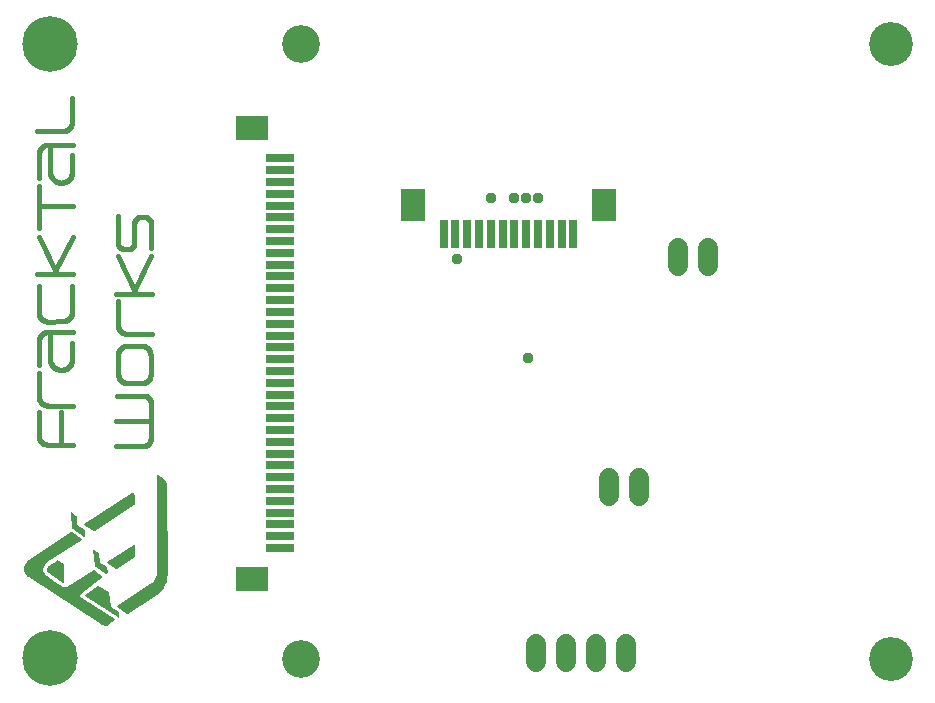
<source format=gts>
G04 EAGLE Gerber RS-274X export*
G75*
%MOMM*%
%FSLAX34Y34*%
%LPD*%
%INSoldermask Top*%
%IPPOS*%
%AMOC8*
5,1,8,0,0,1.08239X$1,22.5*%
G01*
%ADD10C,4.703294*%
%ADD11C,3.712694*%
%ADD12C,3.203194*%
%ADD13R,2.403200X0.803200*%
%ADD14R,2.803200X2.003200*%
%ADD15R,0.803200X2.403200*%
%ADD16R,2.003200X2.803200*%
%ADD17C,0.406400*%
%ADD18C,1.727200*%
%ADD19C,0.959600*%

G36*
X209193Y167843D02*
X209193Y167843D01*
X209226Y167854D01*
X209277Y167859D01*
X210411Y168208D01*
X210441Y168225D01*
X210490Y168242D01*
X211518Y168835D01*
X211532Y168847D01*
X211554Y168858D01*
X216380Y172414D01*
X216402Y172440D01*
X216430Y172459D01*
X216457Y172505D01*
X216492Y172546D01*
X216500Y172579D01*
X216518Y172609D01*
X216521Y172662D01*
X216534Y172714D01*
X216527Y172747D01*
X216529Y172782D01*
X216509Y172831D01*
X216498Y172883D01*
X216476Y172910D01*
X216463Y172942D01*
X216414Y172988D01*
X216389Y173019D01*
X216374Y173026D01*
X216358Y173041D01*
X187930Y191062D01*
X187465Y191449D01*
X187124Y191921D01*
X186910Y192462D01*
X186838Y193040D01*
X186910Y193618D01*
X187124Y194159D01*
X187465Y194631D01*
X187941Y195027D01*
X206474Y208736D01*
X206490Y208755D01*
X206510Y208767D01*
X206545Y208820D01*
X206586Y208868D01*
X206592Y208892D01*
X206605Y208912D01*
X206613Y208975D01*
X206628Y209036D01*
X206623Y209060D01*
X206626Y209084D01*
X206605Y209144D01*
X206591Y209206D01*
X206576Y209225D01*
X206568Y209247D01*
X206505Y209313D01*
X206483Y209341D01*
X206475Y209345D01*
X206468Y209352D01*
X198594Y214940D01*
X198535Y214964D01*
X198480Y214995D01*
X198456Y214997D01*
X198434Y215006D01*
X198370Y215001D01*
X198307Y215004D01*
X198282Y214995D01*
X198261Y214993D01*
X198228Y214974D01*
X198172Y214952D01*
X175571Y200731D01*
X175011Y200406D01*
X174428Y200225D01*
X173818Y200178D01*
X173214Y200268D01*
X172632Y200495D01*
X165363Y204738D01*
X158483Y209592D01*
X157467Y210543D01*
X156656Y211662D01*
X156072Y212915D01*
X155736Y214255D01*
X155661Y215635D01*
X155848Y217004D01*
X156292Y218312D01*
X156976Y219513D01*
X157876Y220562D01*
X158973Y221433D01*
X187913Y240219D01*
X187939Y240246D01*
X187971Y240265D01*
X187998Y240308D01*
X188033Y240344D01*
X188044Y240380D01*
X188064Y240411D01*
X188070Y240461D01*
X188085Y240509D01*
X188079Y240546D01*
X188084Y240583D01*
X188066Y240631D01*
X188059Y240680D01*
X188037Y240711D01*
X188024Y240746D01*
X187981Y240791D01*
X187959Y240822D01*
X187941Y240832D01*
X187923Y240850D01*
X179541Y246692D01*
X179480Y246716D01*
X179422Y246747D01*
X179400Y246748D01*
X179380Y246756D01*
X179315Y246751D01*
X179249Y246753D01*
X179226Y246744D01*
X179208Y246742D01*
X179175Y246722D01*
X179115Y246697D01*
X143301Y223075D01*
X143294Y223069D01*
X143284Y223064D01*
X141966Y222091D01*
X141945Y222067D01*
X141909Y222039D01*
X140814Y220820D01*
X140799Y220792D01*
X140768Y220758D01*
X139943Y219342D01*
X139934Y219311D01*
X139911Y219272D01*
X139390Y217719D01*
X139387Y217687D01*
X139372Y217643D01*
X139176Y216017D01*
X139179Y215985D01*
X139174Y215939D01*
X139311Y214307D01*
X139321Y214276D01*
X139325Y214231D01*
X139789Y212659D01*
X139805Y212631D01*
X139818Y212588D01*
X140590Y211142D01*
X140612Y211118D01*
X140634Y211078D01*
X141682Y209819D01*
X141708Y209800D01*
X141737Y209765D01*
X143019Y208745D01*
X143034Y208737D01*
X143050Y208722D01*
X204514Y169101D01*
X205489Y168434D01*
X205521Y168422D01*
X205564Y168394D01*
X206669Y167959D01*
X206703Y167954D01*
X206751Y167937D01*
X207924Y167759D01*
X207959Y167762D01*
X208010Y167756D01*
X209193Y167843D01*
G37*
G36*
X226833Y177683D02*
X226833Y177683D01*
X226897Y177681D01*
X226922Y177692D01*
X226943Y177694D01*
X226975Y177713D01*
X227031Y177736D01*
X251415Y193738D01*
X251420Y193744D01*
X251430Y193748D01*
X253706Y195403D01*
X253721Y195421D01*
X253748Y195439D01*
X255760Y197406D01*
X255773Y197426D01*
X255797Y197447D01*
X255910Y197596D01*
X255911Y197596D01*
X255911Y197597D01*
X256200Y197977D01*
X256490Y198357D01*
X256780Y198737D01*
X257070Y199117D01*
X257070Y199118D01*
X257360Y199498D01*
X257502Y199685D01*
X257512Y199707D01*
X257532Y199731D01*
X258896Y202193D01*
X258902Y202216D01*
X258919Y202243D01*
X259911Y204876D01*
X259914Y204900D01*
X259927Y204929D01*
X260527Y207678D01*
X260526Y207702D01*
X260534Y207733D01*
X260729Y210540D01*
X260727Y210552D01*
X260730Y210567D01*
X260476Y285497D01*
X260476Y285498D01*
X260476Y285499D01*
X260466Y286858D01*
X260458Y286892D01*
X260456Y286941D01*
X260151Y288266D01*
X260136Y288296D01*
X260123Y288345D01*
X259537Y289571D01*
X259515Y289598D01*
X259493Y289642D01*
X258653Y290711D01*
X258627Y290733D01*
X258595Y290771D01*
X257543Y291632D01*
X257526Y291640D01*
X257509Y291657D01*
X252429Y294959D01*
X252361Y294983D01*
X252294Y295013D01*
X252280Y295013D01*
X252266Y295018D01*
X252194Y295009D01*
X252121Y295007D01*
X252109Y295000D01*
X252094Y294998D01*
X252033Y294959D01*
X251969Y294924D01*
X251961Y294912D01*
X251949Y294904D01*
X251911Y294842D01*
X251869Y294782D01*
X251866Y294767D01*
X251860Y294755D01*
X251857Y294717D01*
X251842Y294640D01*
X251842Y212873D01*
X251615Y210873D01*
X251075Y208941D01*
X250237Y207120D01*
X249120Y205455D01*
X247753Y203988D01*
X246158Y202747D01*
X217977Y184214D01*
X217950Y184186D01*
X217917Y184165D01*
X217892Y184124D01*
X217858Y184088D01*
X217846Y184051D01*
X217826Y184018D01*
X217821Y183969D01*
X217807Y183922D01*
X217813Y183884D01*
X217809Y183846D01*
X217827Y183800D01*
X217834Y183751D01*
X217857Y183720D01*
X217871Y183684D01*
X217913Y183641D01*
X217935Y183610D01*
X217954Y183600D01*
X217973Y183581D01*
X226609Y177739D01*
X226668Y177717D01*
X226723Y177687D01*
X226748Y177686D01*
X226771Y177677D01*
X226833Y177683D01*
G37*
G36*
X198899Y247533D02*
X198899Y247533D01*
X198957Y247531D01*
X198988Y247544D01*
X199013Y247547D01*
X199043Y247566D01*
X199091Y247587D01*
X232619Y269685D01*
X232638Y269705D01*
X232663Y269718D01*
X232697Y269767D01*
X232738Y269810D01*
X232747Y269837D01*
X232763Y269860D01*
X232778Y269939D01*
X232789Y269976D01*
X232787Y269988D01*
X232790Y270002D01*
X232790Y278638D01*
X232782Y278673D01*
X232779Y278729D01*
X232698Y279060D01*
X232683Y279088D01*
X232645Y279180D01*
X232456Y279463D01*
X232432Y279485D01*
X232366Y279558D01*
X232092Y279760D01*
X232062Y279773D01*
X231975Y279819D01*
X231648Y279916D01*
X231616Y279918D01*
X231518Y279932D01*
X231178Y279913D01*
X231147Y279904D01*
X231051Y279883D01*
X230737Y279750D01*
X230715Y279733D01*
X230679Y279719D01*
X190293Y253557D01*
X190262Y253524D01*
X190224Y253500D01*
X190203Y253463D01*
X190173Y253432D01*
X190159Y253389D01*
X190137Y253350D01*
X190134Y253308D01*
X190121Y253267D01*
X190128Y253222D01*
X190125Y253177D01*
X190141Y253138D01*
X190147Y253096D01*
X190173Y253059D01*
X190191Y253017D01*
X190227Y252982D01*
X190232Y252975D01*
X190233Y252975D01*
X190247Y252954D01*
X190270Y252942D01*
X190296Y252917D01*
X198678Y247583D01*
X198733Y247564D01*
X198784Y247537D01*
X198814Y247536D01*
X198841Y247526D01*
X198899Y247533D01*
G37*
G36*
X219185Y174639D02*
X219185Y174639D01*
X219206Y174639D01*
X219291Y174674D01*
X219379Y174703D01*
X219395Y174716D01*
X219413Y174724D01*
X219482Y174786D01*
X219554Y174844D01*
X219564Y174861D01*
X219579Y174875D01*
X219621Y174957D01*
X219669Y175037D01*
X219672Y175057D01*
X219682Y175075D01*
X219707Y175247D01*
X219709Y175258D01*
X219709Y175259D01*
X219709Y175260D01*
X219709Y178943D01*
X219709Y178945D01*
X219709Y178947D01*
X219689Y179056D01*
X219670Y179164D01*
X219669Y179166D01*
X219668Y179167D01*
X219612Y179261D01*
X219555Y179357D01*
X219554Y179358D01*
X219553Y179360D01*
X219410Y179481D01*
X212937Y183512D01*
X211450Y195910D01*
X211426Y195988D01*
X211409Y196068D01*
X211393Y196094D01*
X211384Y196124D01*
X211334Y196189D01*
X211291Y196259D01*
X211264Y196281D01*
X211248Y196302D01*
X211207Y196328D01*
X211146Y196378D01*
X202256Y201712D01*
X202203Y201732D01*
X202155Y201761D01*
X202099Y201771D01*
X202047Y201791D01*
X201990Y201792D01*
X201934Y201802D01*
X201879Y201793D01*
X201822Y201793D01*
X201769Y201774D01*
X201713Y201764D01*
X201654Y201732D01*
X201611Y201716D01*
X201587Y201695D01*
X201549Y201675D01*
X190754Y193547D01*
X190708Y193498D01*
X190656Y193456D01*
X190632Y193416D01*
X190601Y193382D01*
X190576Y193321D01*
X190541Y193263D01*
X190533Y193218D01*
X190515Y193175D01*
X190513Y193108D01*
X190501Y193042D01*
X190509Y192997D01*
X190507Y192951D01*
X190528Y192887D01*
X190540Y192821D01*
X190563Y192781D01*
X190578Y192738D01*
X190619Y192685D01*
X190653Y192628D01*
X190694Y192593D01*
X190718Y192562D01*
X190752Y192542D01*
X190795Y192505D01*
X218735Y174725D01*
X218753Y174717D01*
X218769Y174705D01*
X218856Y174675D01*
X218942Y174640D01*
X218962Y174639D01*
X218981Y174633D01*
X219074Y174635D01*
X219166Y174632D01*
X219185Y174639D01*
G37*
G36*
X217440Y215783D02*
X217440Y215783D01*
X217498Y215781D01*
X217529Y215793D01*
X217553Y215796D01*
X217583Y215816D01*
X217633Y215836D01*
X233127Y225996D01*
X233146Y226017D01*
X233171Y226030D01*
X233205Y226079D01*
X233246Y226122D01*
X233254Y226149D01*
X233271Y226172D01*
X233286Y226250D01*
X233297Y226287D01*
X233295Y226299D01*
X233298Y226314D01*
X233298Y235712D01*
X233283Y235779D01*
X233273Y235847D01*
X233263Y235862D01*
X233259Y235881D01*
X233215Y235934D01*
X233177Y235991D01*
X233160Y236000D01*
X233149Y236014D01*
X233086Y236043D01*
X233026Y236077D01*
X233008Y236078D01*
X232990Y236085D01*
X232922Y236083D01*
X232853Y236087D01*
X232834Y236079D01*
X232817Y236079D01*
X232783Y236060D01*
X232718Y236035D01*
X209350Y221557D01*
X209316Y221523D01*
X209276Y221497D01*
X209255Y221463D01*
X209227Y221435D01*
X209212Y221389D01*
X209187Y221348D01*
X209184Y221308D01*
X209172Y221271D01*
X209178Y221223D01*
X209174Y221175D01*
X209189Y221138D01*
X209195Y221099D01*
X209221Y221059D01*
X209239Y221015D01*
X209273Y220982D01*
X209291Y220955D01*
X209316Y220941D01*
X209344Y220914D01*
X217218Y215834D01*
X217273Y215815D01*
X217325Y215787D01*
X217354Y215786D01*
X217381Y215776D01*
X217440Y215783D01*
G37*
G36*
X172431Y203975D02*
X172431Y203975D01*
X172464Y203975D01*
X172538Y204005D01*
X172615Y204026D01*
X172642Y204046D01*
X172673Y204058D01*
X172732Y204111D01*
X172797Y204158D01*
X172815Y204186D01*
X172840Y204208D01*
X172877Y204278D01*
X172921Y204345D01*
X172929Y204377D01*
X172944Y204406D01*
X172961Y204517D01*
X172972Y204563D01*
X172971Y204576D01*
X172973Y204592D01*
X173100Y219197D01*
X173099Y219204D01*
X173100Y219212D01*
X173088Y219276D01*
X173087Y219315D01*
X173075Y219343D01*
X173062Y219418D01*
X173059Y219424D01*
X173057Y219432D01*
X173004Y219519D01*
X173002Y219523D01*
X173000Y219526D01*
X172950Y219612D01*
X172944Y219617D01*
X172940Y219623D01*
X172796Y219744D01*
X167589Y222919D01*
X167546Y222935D01*
X167507Y222961D01*
X167442Y222976D01*
X167380Y223000D01*
X167333Y223000D01*
X167288Y223011D01*
X167222Y223002D01*
X167156Y223003D01*
X167112Y222987D01*
X167066Y222981D01*
X166991Y222944D01*
X166944Y222928D01*
X166926Y222912D01*
X166897Y222898D01*
X160674Y218580D01*
X160651Y218557D01*
X160614Y218533D01*
X160017Y218002D01*
X159987Y217962D01*
X159916Y217887D01*
X159463Y217229D01*
X159443Y217183D01*
X159393Y217094D01*
X159110Y216346D01*
X159101Y216297D01*
X159074Y216198D01*
X158978Y215405D01*
X158980Y215355D01*
X158978Y215252D01*
X159074Y214459D01*
X159088Y214411D01*
X159110Y214311D01*
X159393Y213563D01*
X159418Y213520D01*
X159463Y213428D01*
X159916Y212770D01*
X159952Y212734D01*
X160017Y212655D01*
X160614Y212124D01*
X160640Y212108D01*
X160670Y212080D01*
X171973Y204079D01*
X172002Y204065D01*
X172028Y204044D01*
X172103Y204018D01*
X172176Y203984D01*
X172209Y203981D01*
X172240Y203971D01*
X172320Y203972D01*
X172399Y203966D01*
X172431Y203975D01*
G37*
G36*
X190602Y242713D02*
X190602Y242713D01*
X190647Y242715D01*
X190710Y242742D01*
X190775Y242761D01*
X190812Y242787D01*
X190853Y242805D01*
X190902Y242852D01*
X190957Y242892D01*
X190982Y242930D01*
X191014Y242961D01*
X191044Y243022D01*
X191082Y243079D01*
X191092Y243123D01*
X191111Y243163D01*
X191122Y243249D01*
X191133Y243297D01*
X191131Y243320D01*
X191134Y243349D01*
X191007Y248048D01*
X190992Y248122D01*
X190985Y248198D01*
X190969Y248231D01*
X190961Y248268D01*
X190921Y248332D01*
X190889Y248400D01*
X190859Y248431D01*
X190842Y248458D01*
X190806Y248486D01*
X190758Y248535D01*
X184499Y253321D01*
X183765Y260541D01*
X183757Y260568D01*
X183757Y260587D01*
X183746Y260613D01*
X183740Y260663D01*
X183717Y260708D01*
X183703Y260757D01*
X183666Y260807D01*
X183637Y260863D01*
X183595Y260904D01*
X183570Y260938D01*
X183539Y260958D01*
X183503Y260993D01*
X179947Y263533D01*
X179885Y263562D01*
X179828Y263600D01*
X179784Y263610D01*
X179744Y263629D01*
X179676Y263635D01*
X179609Y263650D01*
X179565Y263645D01*
X179520Y263649D01*
X179455Y263631D01*
X179387Y263622D01*
X179347Y263601D01*
X179304Y263589D01*
X179249Y263549D01*
X179188Y263517D01*
X179158Y263484D01*
X179122Y263458D01*
X179084Y263401D01*
X179038Y263350D01*
X179022Y263309D01*
X178997Y263272D01*
X178981Y263205D01*
X178956Y263142D01*
X178954Y263090D01*
X178945Y263053D01*
X178950Y263013D01*
X178947Y262955D01*
X180217Y250128D01*
X180234Y250066D01*
X180242Y250002D01*
X180265Y249959D01*
X180278Y249912D01*
X180316Y249860D01*
X180346Y249803D01*
X180387Y249763D01*
X180411Y249731D01*
X180443Y249710D01*
X180481Y249673D01*
X190133Y242815D01*
X190173Y242796D01*
X190209Y242769D01*
X190274Y242748D01*
X190336Y242719D01*
X190380Y242716D01*
X190423Y242702D01*
X190491Y242706D01*
X190559Y242701D01*
X190602Y242713D01*
G37*
G36*
X209334Y211463D02*
X209334Y211463D01*
X209374Y211461D01*
X209443Y211482D01*
X209515Y211495D01*
X209550Y211515D01*
X209588Y211527D01*
X209646Y211572D01*
X209709Y211608D01*
X209734Y211639D01*
X209766Y211664D01*
X209805Y211726D01*
X209850Y211782D01*
X209863Y211820D01*
X209885Y211854D01*
X209900Y211926D01*
X209923Y211994D01*
X209923Y212040D01*
X209930Y212074D01*
X209923Y212118D01*
X209924Y212182D01*
X209162Y217389D01*
X209141Y217450D01*
X209130Y217513D01*
X209106Y217555D01*
X209090Y217602D01*
X209050Y217651D01*
X209018Y217707D01*
X208975Y217745D01*
X208949Y217776D01*
X208917Y217796D01*
X208877Y217831D01*
X203793Y221099D01*
X202814Y229058D01*
X202794Y229122D01*
X202784Y229187D01*
X202761Y229228D01*
X202747Y229273D01*
X202707Y229325D01*
X202675Y229383D01*
X202634Y229420D01*
X202610Y229451D01*
X202577Y229472D01*
X202536Y229509D01*
X198726Y232049D01*
X198663Y232076D01*
X198604Y232112D01*
X198561Y232121D01*
X198520Y232138D01*
X198451Y232142D01*
X198384Y232155D01*
X198340Y232148D01*
X198296Y232150D01*
X198230Y232130D01*
X198163Y232119D01*
X198124Y232097D01*
X198082Y232084D01*
X198027Y232042D01*
X197968Y232008D01*
X197939Y231974D01*
X197904Y231947D01*
X197868Y231889D01*
X197824Y231836D01*
X197809Y231794D01*
X197785Y231757D01*
X197771Y231689D01*
X197748Y231625D01*
X197747Y231574D01*
X197740Y231537D01*
X197746Y231496D01*
X197745Y231437D01*
X199523Y218102D01*
X199543Y218042D01*
X199552Y217980D01*
X199577Y217936D01*
X199592Y217889D01*
X199631Y217839D01*
X199661Y217784D01*
X199705Y217745D01*
X199730Y217712D01*
X199762Y217693D01*
X199800Y217658D01*
X208944Y211562D01*
X209011Y211533D01*
X209073Y211496D01*
X209113Y211489D01*
X209150Y211473D01*
X209222Y211469D01*
X209294Y211456D01*
X209334Y211463D01*
G37*
D10*
X161290Y659892D03*
X161290Y139954D03*
D11*
X873633Y139827D03*
X873506Y659943D03*
D12*
X373634Y659892D03*
X373634Y139827D03*
D13*
X356280Y523400D03*
X356280Y533400D03*
X356280Y513400D03*
X356280Y543400D03*
D14*
X332280Y207400D03*
X332280Y589400D03*
D13*
X356280Y553400D03*
X356280Y563400D03*
X356280Y503400D03*
X356280Y493400D03*
X356280Y483400D03*
X356280Y473400D03*
X356280Y463400D03*
X356280Y453400D03*
X356280Y443400D03*
X356280Y433400D03*
X356280Y423400D03*
X356280Y413400D03*
X356280Y403400D03*
X356280Y393400D03*
X356280Y383400D03*
X356280Y373400D03*
X356280Y363400D03*
X356280Y353400D03*
X356280Y343400D03*
X356280Y333400D03*
X356280Y323400D03*
X356280Y313400D03*
X356280Y303400D03*
X356280Y293400D03*
X356280Y283400D03*
X356280Y273400D03*
X356280Y263400D03*
X356280Y253400D03*
X356280Y243400D03*
X356280Y233400D03*
D15*
X564430Y499540D03*
X574430Y499540D03*
X554430Y499540D03*
X584430Y499540D03*
D16*
X468430Y523540D03*
X630430Y523540D03*
D15*
X594430Y499540D03*
X604430Y499540D03*
X544430Y499540D03*
X534430Y499540D03*
X524430Y499540D03*
X514430Y499540D03*
X504430Y499540D03*
X494430Y499540D03*
D17*
X151892Y348996D02*
X151638Y329438D01*
X151638Y328676D01*
X151640Y328492D01*
X151647Y328308D01*
X151658Y328124D01*
X151674Y327941D01*
X151694Y327758D01*
X151718Y327575D01*
X151747Y327393D01*
X151780Y327212D01*
X151818Y327032D01*
X151859Y326852D01*
X151906Y326674D01*
X151956Y326497D01*
X152011Y326321D01*
X152070Y326147D01*
X152133Y325974D01*
X152201Y325803D01*
X152272Y325633D01*
X152348Y325465D01*
X152427Y325299D01*
X152511Y325135D01*
X152598Y324973D01*
X152690Y324813D01*
X152785Y324655D01*
X152884Y324500D01*
X152987Y324347D01*
X153093Y324197D01*
X153203Y324049D01*
X153317Y323904D01*
X153434Y323762D01*
X153554Y323623D01*
X153678Y323487D01*
X153805Y323353D01*
X153935Y323223D01*
X154069Y323096D01*
X154205Y322972D01*
X154344Y322852D01*
X154486Y322735D01*
X154631Y322621D01*
X154779Y322511D01*
X154929Y322405D01*
X155082Y322302D01*
X155237Y322203D01*
X155395Y322108D01*
X155555Y322016D01*
X155717Y321929D01*
X155881Y321845D01*
X156047Y321766D01*
X156215Y321690D01*
X156385Y321619D01*
X156556Y321551D01*
X156729Y321488D01*
X156903Y321429D01*
X157079Y321374D01*
X157256Y321324D01*
X157434Y321277D01*
X157614Y321236D01*
X157794Y321198D01*
X157975Y321165D01*
X158157Y321136D01*
X158340Y321112D01*
X158523Y321092D01*
X158706Y321076D01*
X158890Y321065D01*
X159074Y321058D01*
X159258Y321056D01*
X180594Y321056D01*
X170180Y323342D02*
X170180Y348996D01*
X151638Y362204D02*
X151638Y381762D01*
X151638Y362204D02*
X151640Y362007D01*
X151648Y361809D01*
X151660Y361613D01*
X151676Y361416D01*
X151698Y361220D01*
X151724Y361024D01*
X151755Y360829D01*
X151791Y360635D01*
X151831Y360442D01*
X151876Y360250D01*
X151926Y360059D01*
X151980Y359869D01*
X152039Y359681D01*
X152103Y359494D01*
X152171Y359309D01*
X152243Y359125D01*
X152320Y358944D01*
X152401Y358764D01*
X152487Y358586D01*
X152577Y358410D01*
X152671Y358237D01*
X152770Y358066D01*
X152872Y357897D01*
X152979Y357731D01*
X153089Y357568D01*
X153204Y357407D01*
X153322Y357249D01*
X153444Y357094D01*
X153570Y356942D01*
X153699Y356793D01*
X153832Y356648D01*
X153969Y356505D01*
X154109Y356366D01*
X154252Y356230D01*
X154399Y356098D01*
X154549Y355970D01*
X154701Y355845D01*
X154857Y355724D01*
X155016Y355606D01*
X155177Y355493D01*
X155341Y355384D01*
X155508Y355278D01*
X155678Y355177D01*
X155849Y355080D01*
X156023Y354987D01*
X156200Y354898D01*
X156378Y354813D01*
X156558Y354733D01*
X156740Y354657D01*
X156924Y354586D01*
X157110Y354519D01*
X157297Y354457D01*
X157486Y354399D01*
X157676Y354346D01*
X157867Y354298D01*
X158060Y354254D01*
X158253Y354215D01*
X158447Y354180D01*
X158643Y354151D01*
X158838Y354126D01*
X159035Y354105D01*
X159231Y354090D01*
X159428Y354079D01*
X159626Y354073D01*
X159823Y354072D01*
X160020Y354076D01*
X180594Y353822D01*
X151892Y388112D02*
X151892Y408432D01*
X151894Y408631D01*
X151902Y408829D01*
X151914Y409027D01*
X151931Y409225D01*
X151953Y409423D01*
X151979Y409620D01*
X152011Y409816D01*
X152047Y410011D01*
X152088Y410206D01*
X152133Y410399D01*
X152184Y410591D01*
X152239Y410782D01*
X152299Y410971D01*
X152363Y411159D01*
X152432Y411346D01*
X152505Y411530D01*
X152583Y411713D01*
X152666Y411894D01*
X152752Y412072D01*
X152843Y412249D01*
X152939Y412423D01*
X153038Y412595D01*
X153142Y412765D01*
X153250Y412931D01*
X153362Y413095D01*
X153478Y413257D01*
X153598Y413415D01*
X153721Y413571D01*
X153849Y413723D01*
X153980Y413872D01*
X154115Y414018D01*
X154253Y414161D01*
X154394Y414300D01*
X154540Y414436D01*
X154688Y414568D01*
X154839Y414697D01*
X154994Y414822D01*
X155151Y414943D01*
X155312Y415060D01*
X155475Y415173D01*
X155641Y415282D01*
X155810Y415387D01*
X155981Y415488D01*
X156155Y415584D01*
X156330Y415677D01*
X156509Y415765D01*
X156689Y415849D01*
X156871Y415928D01*
X157055Y416003D01*
X157241Y416073D01*
X157428Y416139D01*
X157617Y416200D01*
X157808Y416256D01*
X157999Y416308D01*
X158192Y416355D01*
X158387Y416397D01*
X158582Y416435D01*
X158777Y416468D01*
X158974Y416496D01*
X159171Y416519D01*
X159369Y416538D01*
X159567Y416551D01*
X159766Y416560D01*
X180848Y416306D01*
X179832Y407416D02*
X179832Y393192D01*
X179829Y392977D01*
X179822Y392761D01*
X179809Y392546D01*
X179790Y392331D01*
X179767Y392117D01*
X179738Y391904D01*
X179704Y391691D01*
X179665Y391479D01*
X179621Y391268D01*
X179572Y391058D01*
X179518Y390850D01*
X179459Y390643D01*
X179395Y390437D01*
X179325Y390233D01*
X179251Y390031D01*
X179172Y389830D01*
X179088Y389632D01*
X179000Y389435D01*
X178906Y389241D01*
X178808Y389049D01*
X178706Y388860D01*
X178598Y388673D01*
X178487Y388489D01*
X178370Y388307D01*
X178250Y388129D01*
X178125Y387953D01*
X177996Y387780D01*
X177863Y387611D01*
X177726Y387445D01*
X177585Y387282D01*
X177439Y387123D01*
X177290Y386967D01*
X177138Y386815D01*
X176982Y386667D01*
X176822Y386522D01*
X176658Y386382D01*
X176492Y386245D01*
X176322Y386113D01*
X176149Y385984D01*
X175973Y385860D01*
X175794Y385740D01*
X175612Y385625D01*
X175427Y385514D01*
X175240Y385407D01*
X175050Y385306D01*
X174857Y385208D01*
X174663Y385116D01*
X174466Y385028D01*
X174267Y384945D01*
X174067Y384866D01*
X173864Y384793D01*
X173660Y384725D01*
X173454Y384661D01*
X173246Y384603D01*
X173038Y384549D01*
X172828Y384501D01*
X172617Y384458D01*
X172405Y384420D01*
X172192Y384387D01*
X171978Y384359D01*
X171764Y384336D01*
X171549Y384319D01*
X171334Y384307D01*
X171118Y384300D01*
X170903Y384298D01*
X170688Y384302D01*
X170443Y384312D01*
X170199Y384328D01*
X169956Y384349D01*
X169713Y384377D01*
X169471Y384411D01*
X169230Y384450D01*
X168989Y384496D01*
X168750Y384547D01*
X168513Y384604D01*
X168276Y384667D01*
X168042Y384735D01*
X167809Y384809D01*
X167578Y384889D01*
X167349Y384975D01*
X167122Y385066D01*
X166897Y385162D01*
X166675Y385264D01*
X166456Y385372D01*
X166239Y385484D01*
X166025Y385602D01*
X165813Y385726D01*
X165605Y385854D01*
X165400Y385987D01*
X165199Y386125D01*
X165001Y386268D01*
X164806Y386416D01*
X164615Y386569D01*
X164428Y386726D01*
X164245Y386888D01*
X164065Y387054D01*
X163890Y387225D01*
X163719Y387399D01*
X163552Y387578D01*
X163390Y387761D01*
X163232Y387948D01*
X163079Y388138D01*
X162931Y388332D01*
X162787Y388530D01*
X162648Y388731D01*
X162514Y388936D01*
X162385Y389144D01*
X162262Y389354D01*
X162143Y389568D01*
X162030Y389785D01*
X161922Y390004D01*
X161819Y390226D01*
X161722Y390450D01*
X161630Y390677D01*
X161544Y390906D01*
X161544Y414528D01*
X151638Y433070D02*
X151638Y455422D01*
X151638Y433070D02*
X151640Y432877D01*
X151647Y432683D01*
X151659Y432490D01*
X151676Y432298D01*
X151697Y432105D01*
X151723Y431914D01*
X151754Y431723D01*
X151789Y431533D01*
X151829Y431343D01*
X151873Y431155D01*
X151922Y430968D01*
X151976Y430782D01*
X152034Y430598D01*
X152097Y430415D01*
X152164Y430234D01*
X152236Y430054D01*
X152312Y429876D01*
X152392Y429700D01*
X152476Y429526D01*
X152565Y429354D01*
X152658Y429185D01*
X152755Y429018D01*
X152856Y428853D01*
X152962Y428690D01*
X153071Y428531D01*
X153184Y428374D01*
X153300Y428219D01*
X153421Y428068D01*
X153545Y427920D01*
X153673Y427775D01*
X153804Y427633D01*
X153939Y427494D01*
X154077Y427358D01*
X154218Y427226D01*
X154362Y427098D01*
X154510Y426973D01*
X154661Y426851D01*
X154814Y426734D01*
X154971Y426620D01*
X155130Y426510D01*
X155291Y426404D01*
X155456Y426302D01*
X155622Y426204D01*
X155791Y426110D01*
X155963Y426020D01*
X156136Y425935D01*
X156312Y425854D01*
X156489Y425777D01*
X156668Y425704D01*
X156849Y425636D01*
X157032Y425572D01*
X157216Y425513D01*
X157402Y425458D01*
X157588Y425408D01*
X157776Y425363D01*
X157965Y425322D01*
X158155Y425285D01*
X158346Y425254D01*
X158538Y425227D01*
X158730Y425204D01*
X158922Y425187D01*
X159115Y425174D01*
X159308Y425166D01*
X159502Y425162D01*
X159695Y425163D01*
X159889Y425169D01*
X160082Y425180D01*
X160274Y425196D01*
X171704Y425450D01*
X171909Y425457D01*
X172114Y425469D01*
X172319Y425486D01*
X172523Y425508D01*
X172727Y425535D01*
X172929Y425567D01*
X173131Y425603D01*
X173332Y425645D01*
X173532Y425692D01*
X173731Y425743D01*
X173929Y425799D01*
X174125Y425860D01*
X174319Y425925D01*
X174512Y425996D01*
X174703Y426071D01*
X174893Y426150D01*
X175080Y426234D01*
X175265Y426323D01*
X175448Y426416D01*
X175629Y426513D01*
X175807Y426615D01*
X175983Y426721D01*
X176156Y426832D01*
X176326Y426946D01*
X176494Y427065D01*
X176659Y427188D01*
X176820Y427314D01*
X176979Y427445D01*
X177134Y427579D01*
X177286Y427717D01*
X177435Y427859D01*
X177580Y428004D01*
X177721Y428153D01*
X177859Y428305D01*
X177993Y428460D01*
X178124Y428619D01*
X178250Y428780D01*
X178373Y428945D01*
X178491Y429113D01*
X178606Y429283D01*
X178716Y429456D01*
X178822Y429632D01*
X178924Y429810D01*
X179021Y429991D01*
X179114Y430174D01*
X179203Y430359D01*
X179287Y430547D01*
X179366Y430736D01*
X179441Y430927D01*
X179511Y431120D01*
X179577Y431315D01*
X179638Y431511D01*
X179693Y431708D01*
X179745Y431907D01*
X179791Y432107D01*
X179832Y432308D01*
X180086Y455422D01*
X166878Y465074D02*
X150622Y465074D01*
X166878Y465074D02*
X180848Y465074D01*
X166878Y465074D02*
X151638Y497078D01*
X180340Y497078D02*
X165862Y467868D01*
X152146Y504698D02*
X152146Y540258D01*
X151892Y522732D02*
X180594Y522732D01*
X151892Y546608D02*
X151892Y566928D01*
X151894Y567127D01*
X151902Y567325D01*
X151914Y567523D01*
X151931Y567721D01*
X151953Y567919D01*
X151979Y568116D01*
X152011Y568312D01*
X152047Y568507D01*
X152088Y568702D01*
X152133Y568895D01*
X152184Y569087D01*
X152239Y569278D01*
X152299Y569467D01*
X152363Y569655D01*
X152432Y569842D01*
X152505Y570026D01*
X152583Y570209D01*
X152666Y570390D01*
X152752Y570568D01*
X152843Y570745D01*
X152939Y570919D01*
X153038Y571091D01*
X153142Y571261D01*
X153250Y571427D01*
X153362Y571591D01*
X153478Y571753D01*
X153598Y571911D01*
X153721Y572067D01*
X153849Y572219D01*
X153980Y572368D01*
X154115Y572514D01*
X154253Y572657D01*
X154394Y572796D01*
X154540Y572932D01*
X154688Y573064D01*
X154839Y573193D01*
X154994Y573318D01*
X155151Y573439D01*
X155312Y573556D01*
X155475Y573669D01*
X155641Y573778D01*
X155810Y573883D01*
X155981Y573984D01*
X156155Y574080D01*
X156330Y574173D01*
X156509Y574261D01*
X156689Y574345D01*
X156871Y574424D01*
X157055Y574499D01*
X157241Y574569D01*
X157428Y574635D01*
X157617Y574696D01*
X157808Y574752D01*
X157999Y574804D01*
X158192Y574851D01*
X158387Y574893D01*
X158582Y574931D01*
X158777Y574964D01*
X158974Y574992D01*
X159171Y575015D01*
X159369Y575034D01*
X159567Y575047D01*
X159766Y575056D01*
X180848Y574802D01*
X179832Y565912D02*
X179832Y551688D01*
X179829Y551473D01*
X179822Y551257D01*
X179809Y551042D01*
X179790Y550827D01*
X179767Y550613D01*
X179738Y550400D01*
X179704Y550187D01*
X179665Y549975D01*
X179621Y549764D01*
X179572Y549554D01*
X179518Y549346D01*
X179459Y549139D01*
X179395Y548933D01*
X179325Y548729D01*
X179251Y548527D01*
X179172Y548326D01*
X179088Y548128D01*
X179000Y547931D01*
X178906Y547737D01*
X178808Y547545D01*
X178706Y547356D01*
X178598Y547169D01*
X178487Y546985D01*
X178370Y546803D01*
X178250Y546625D01*
X178125Y546449D01*
X177996Y546276D01*
X177863Y546107D01*
X177726Y545941D01*
X177585Y545778D01*
X177439Y545619D01*
X177290Y545463D01*
X177138Y545311D01*
X176982Y545163D01*
X176822Y545018D01*
X176658Y544878D01*
X176492Y544741D01*
X176322Y544609D01*
X176149Y544480D01*
X175973Y544356D01*
X175794Y544236D01*
X175612Y544121D01*
X175427Y544010D01*
X175240Y543903D01*
X175050Y543802D01*
X174857Y543704D01*
X174663Y543612D01*
X174466Y543524D01*
X174267Y543441D01*
X174067Y543362D01*
X173864Y543289D01*
X173660Y543221D01*
X173454Y543157D01*
X173246Y543099D01*
X173038Y543045D01*
X172828Y542997D01*
X172617Y542954D01*
X172405Y542916D01*
X172192Y542883D01*
X171978Y542855D01*
X171764Y542832D01*
X171549Y542815D01*
X171334Y542803D01*
X171118Y542796D01*
X170903Y542794D01*
X170688Y542798D01*
X170443Y542808D01*
X170199Y542824D01*
X169956Y542845D01*
X169713Y542873D01*
X169471Y542907D01*
X169230Y542946D01*
X168989Y542992D01*
X168750Y543043D01*
X168513Y543100D01*
X168276Y543163D01*
X168042Y543231D01*
X167809Y543305D01*
X167578Y543385D01*
X167349Y543471D01*
X167122Y543562D01*
X166897Y543658D01*
X166675Y543760D01*
X166456Y543868D01*
X166239Y543980D01*
X166025Y544098D01*
X165813Y544222D01*
X165605Y544350D01*
X165400Y544483D01*
X165199Y544621D01*
X165001Y544764D01*
X164806Y544912D01*
X164615Y545065D01*
X164428Y545222D01*
X164245Y545384D01*
X164065Y545550D01*
X163890Y545721D01*
X163719Y545895D01*
X163552Y546074D01*
X163390Y546257D01*
X163232Y546444D01*
X163079Y546634D01*
X162931Y546828D01*
X162787Y547026D01*
X162648Y547227D01*
X162514Y547432D01*
X162385Y547640D01*
X162262Y547850D01*
X162143Y548064D01*
X162030Y548281D01*
X161922Y548500D01*
X161819Y548722D01*
X161722Y548946D01*
X161630Y549173D01*
X161544Y549402D01*
X161544Y573024D01*
X171704Y586486D02*
X150368Y586486D01*
X171704Y586486D02*
X171904Y586488D01*
X172105Y586496D01*
X172305Y586508D01*
X172504Y586525D01*
X172704Y586547D01*
X172902Y586574D01*
X173100Y586606D01*
X173297Y586643D01*
X173493Y586684D01*
X173688Y586731D01*
X173882Y586782D01*
X174075Y586838D01*
X174266Y586898D01*
X174455Y586963D01*
X174643Y587033D01*
X174829Y587108D01*
X175013Y587187D01*
X175196Y587270D01*
X175376Y587358D01*
X175554Y587450D01*
X175729Y587547D01*
X175902Y587648D01*
X176073Y587753D01*
X176241Y587862D01*
X176406Y587976D01*
X176569Y588093D01*
X176728Y588214D01*
X176885Y588340D01*
X177038Y588469D01*
X177188Y588601D01*
X177335Y588738D01*
X177479Y588878D01*
X177619Y589021D01*
X177755Y589168D01*
X177888Y589318D01*
X178017Y589472D01*
X178142Y589628D01*
X178263Y589787D01*
X178381Y589950D01*
X178494Y590115D01*
X178604Y590283D01*
X178709Y590454D01*
X178810Y590627D01*
X178906Y590803D01*
X178999Y590980D01*
X179087Y591161D01*
X179170Y591343D01*
X179249Y591527D01*
X179323Y591713D01*
X179393Y591901D01*
X179459Y592090D01*
X179519Y592282D01*
X179575Y592474D01*
X179626Y592668D01*
X179672Y592863D01*
X179714Y593059D01*
X179751Y593256D01*
X179782Y593454D01*
X179809Y593652D01*
X179832Y593852D01*
X180086Y614680D01*
X217170Y319786D02*
X239776Y319786D01*
X239943Y319788D01*
X240110Y319794D01*
X240277Y319804D01*
X240443Y319819D01*
X240610Y319837D01*
X240775Y319859D01*
X240940Y319885D01*
X241105Y319916D01*
X241268Y319950D01*
X241431Y319988D01*
X241592Y320031D01*
X241753Y320077D01*
X241912Y320127D01*
X242071Y320181D01*
X242227Y320239D01*
X242383Y320300D01*
X242537Y320366D01*
X242689Y320435D01*
X242839Y320508D01*
X242988Y320584D01*
X243135Y320664D01*
X243279Y320747D01*
X243422Y320835D01*
X243562Y320925D01*
X243701Y321019D01*
X243837Y321116D01*
X243970Y321217D01*
X244101Y321320D01*
X244230Y321427D01*
X244355Y321537D01*
X244479Y321650D01*
X244599Y321766D01*
X244716Y321885D01*
X244831Y322007D01*
X244942Y322131D01*
X245051Y322258D01*
X245156Y322388D01*
X245258Y322520D01*
X245357Y322655D01*
X245453Y322792D01*
X245545Y322932D01*
X245634Y323073D01*
X245719Y323217D01*
X245801Y323363D01*
X245879Y323510D01*
X245954Y323660D01*
X246025Y323811D01*
X246092Y323964D01*
X246156Y324119D01*
X246215Y324275D01*
X246271Y324432D01*
X246323Y324591D01*
X246371Y324751D01*
X246416Y324912D01*
X246456Y325074D01*
X246492Y325237D01*
X246525Y325401D01*
X246553Y325566D01*
X246577Y325731D01*
X246598Y325897D01*
X246614Y326064D01*
X246626Y326230D01*
X246634Y326397D01*
X246638Y326564D01*
X246639Y326731D01*
X246634Y326898D01*
X246634Y356362D01*
X246632Y356513D01*
X246626Y356665D01*
X246616Y356816D01*
X246603Y356967D01*
X246585Y357117D01*
X246564Y357267D01*
X246538Y357417D01*
X246509Y357565D01*
X246476Y357713D01*
X246439Y357860D01*
X246399Y358006D01*
X246354Y358151D01*
X246306Y358295D01*
X246254Y358437D01*
X246199Y358578D01*
X246140Y358718D01*
X246077Y358855D01*
X246011Y358992D01*
X245941Y359126D01*
X245868Y359259D01*
X245792Y359390D01*
X245712Y359518D01*
X245628Y359645D01*
X245542Y359769D01*
X245452Y359891D01*
X245360Y360011D01*
X245264Y360129D01*
X245165Y360243D01*
X245063Y360356D01*
X244958Y360465D01*
X244851Y360572D01*
X244741Y360676D01*
X244628Y360777D01*
X244513Y360875D01*
X244395Y360970D01*
X244275Y361063D01*
X244152Y361152D01*
X244027Y361237D01*
X243900Y361320D01*
X243771Y361399D01*
X243640Y361475D01*
X243506Y361547D01*
X243372Y361616D01*
X243235Y361681D01*
X243097Y361743D01*
X242957Y361802D01*
X242816Y361856D01*
X242673Y361907D01*
X242529Y361955D01*
X242384Y361998D01*
X242238Y362038D01*
X242090Y362074D01*
X241942Y362106D01*
X241794Y362134D01*
X241644Y362159D01*
X241494Y362179D01*
X241343Y362196D01*
X241192Y362209D01*
X241041Y362218D01*
X240890Y362223D01*
X240738Y362224D01*
X240587Y362221D01*
X240435Y362214D01*
X240284Y362204D01*
X217932Y362204D01*
X217424Y340868D02*
X246380Y340868D01*
X227838Y373126D02*
X225298Y373126D01*
X227838Y373126D02*
X239014Y373126D01*
X239188Y373122D01*
X239361Y373123D01*
X239534Y373127D01*
X239707Y373136D01*
X239879Y373149D01*
X240051Y373166D01*
X240223Y373187D01*
X240394Y373213D01*
X240565Y373243D01*
X240735Y373276D01*
X240904Y373314D01*
X241072Y373356D01*
X241238Y373402D01*
X241404Y373453D01*
X241569Y373507D01*
X241732Y373565D01*
X241893Y373627D01*
X242053Y373693D01*
X242212Y373763D01*
X242368Y373836D01*
X242523Y373914D01*
X242676Y373995D01*
X242827Y374080D01*
X242976Y374168D01*
X243122Y374261D01*
X243267Y374356D01*
X243408Y374455D01*
X243548Y374558D01*
X243685Y374664D01*
X243819Y374773D01*
X243951Y374886D01*
X244080Y375001D01*
X244206Y375120D01*
X244329Y375242D01*
X244449Y375366D01*
X244566Y375494D01*
X244680Y375624D01*
X244790Y375757D01*
X244898Y375893D01*
X245002Y376032D01*
X245102Y376172D01*
X245199Y376316D01*
X245293Y376461D01*
X245383Y376609D01*
X245470Y376759D01*
X245553Y376911D01*
X245632Y377065D01*
X245707Y377221D01*
X245779Y377378D01*
X245846Y377538D01*
X245910Y377699D01*
X245970Y377861D01*
X246026Y378025D01*
X246078Y378190D01*
X246126Y378356D01*
X246170Y378524D01*
X246209Y378692D01*
X246245Y378862D01*
X246276Y379032D01*
X246304Y379203D01*
X246327Y379374D01*
X246346Y379546D01*
X246361Y379719D01*
X246371Y379892D01*
X246378Y380065D01*
X246380Y380238D01*
X246380Y396494D01*
X246378Y396696D01*
X246370Y396899D01*
X246358Y397101D01*
X246341Y397302D01*
X246318Y397503D01*
X246291Y397704D01*
X246259Y397904D01*
X246223Y398103D01*
X246181Y398301D01*
X246135Y398498D01*
X246083Y398693D01*
X246027Y398888D01*
X245967Y399081D01*
X245901Y399272D01*
X245831Y399462D01*
X245757Y399650D01*
X245678Y399836D01*
X245594Y400021D01*
X245506Y400203D01*
X245413Y400383D01*
X245316Y400560D01*
X245215Y400736D01*
X245110Y400908D01*
X245000Y401078D01*
X244886Y401246D01*
X244768Y401410D01*
X244647Y401572D01*
X244521Y401730D01*
X244391Y401886D01*
X244258Y402038D01*
X244121Y402187D01*
X243981Y402333D01*
X243837Y402475D01*
X243689Y402614D01*
X243538Y402748D01*
X243384Y402880D01*
X243227Y403007D01*
X243067Y403131D01*
X242904Y403250D01*
X242738Y403366D01*
X242569Y403478D01*
X242397Y403585D01*
X242223Y403688D01*
X242047Y403787D01*
X241868Y403882D01*
X241687Y403972D01*
X241504Y404058D01*
X241318Y404139D01*
X241131Y404216D01*
X240942Y404288D01*
X240751Y404355D01*
X240559Y404418D01*
X240365Y404476D01*
X240170Y404530D01*
X239973Y404578D01*
X239776Y404622D01*
X226314Y404622D01*
X226131Y404620D01*
X225949Y404613D01*
X225766Y404602D01*
X225584Y404586D01*
X225403Y404566D01*
X225222Y404541D01*
X225041Y404512D01*
X224862Y404479D01*
X224683Y404441D01*
X224505Y404399D01*
X224329Y404352D01*
X224153Y404302D01*
X223979Y404246D01*
X223806Y404187D01*
X223635Y404123D01*
X223465Y404056D01*
X223297Y403984D01*
X223131Y403908D01*
X222967Y403828D01*
X222805Y403743D01*
X222645Y403655D01*
X222487Y403563D01*
X222331Y403468D01*
X222178Y403368D01*
X222028Y403265D01*
X221879Y403158D01*
X221734Y403047D01*
X221591Y402933D01*
X221452Y402815D01*
X221315Y402694D01*
X221181Y402570D01*
X221050Y402443D01*
X220922Y402312D01*
X220798Y402178D01*
X220677Y402041D01*
X220559Y401902D01*
X220445Y401759D01*
X220334Y401614D01*
X220227Y401466D01*
X220124Y401315D01*
X220024Y401162D01*
X219928Y401006D01*
X219836Y400849D01*
X219748Y400689D01*
X219664Y400526D01*
X219584Y400362D01*
X219507Y400196D01*
X219435Y400028D01*
X219367Y399859D01*
X219304Y399688D01*
X219244Y399515D01*
X219189Y399341D01*
X219138Y399165D01*
X219091Y398989D01*
X219049Y398811D01*
X219011Y398632D01*
X218977Y398453D01*
X218948Y398272D01*
X218948Y393700D01*
X218948Y381254D01*
X218948Y381000D02*
X218948Y393700D01*
X218948Y381000D02*
X218950Y380806D01*
X218958Y380611D01*
X218969Y380417D01*
X218986Y380223D01*
X219008Y380030D01*
X219034Y379837D01*
X219065Y379645D01*
X219100Y379454D01*
X219140Y379264D01*
X219185Y379075D01*
X219235Y378886D01*
X219289Y378700D01*
X219348Y378514D01*
X219411Y378330D01*
X219478Y378148D01*
X219551Y377967D01*
X219627Y377789D01*
X219708Y377612D01*
X219793Y377437D01*
X219883Y377264D01*
X219977Y377094D01*
X220074Y376926D01*
X220176Y376760D01*
X220282Y376597D01*
X220392Y376437D01*
X220506Y376279D01*
X220624Y376124D01*
X220745Y375972D01*
X220870Y375823D01*
X220999Y375677D01*
X221131Y375535D01*
X221267Y375396D01*
X221406Y375260D01*
X221548Y375127D01*
X221694Y374998D01*
X221843Y374873D01*
X221994Y374751D01*
X222149Y374633D01*
X222307Y374519D01*
X222467Y374409D01*
X222630Y374303D01*
X222795Y374201D01*
X222963Y374103D01*
X223134Y374009D01*
X223306Y373919D01*
X223481Y373833D01*
X223657Y373752D01*
X223836Y373675D01*
X224017Y373603D01*
X224199Y373535D01*
X224383Y373471D01*
X224568Y373412D01*
X224755Y373358D01*
X224943Y373308D01*
X225132Y373263D01*
X225322Y373222D01*
X225513Y373187D01*
X225705Y373155D01*
X225898Y373129D01*
X226091Y373107D01*
X226285Y373090D01*
X226479Y373078D01*
X226673Y373071D01*
X226868Y373068D01*
X227062Y373070D01*
X227257Y373077D01*
X227451Y373089D01*
X227645Y373105D01*
X227838Y373126D01*
X218440Y423164D02*
X218440Y442976D01*
X218440Y423164D02*
X218442Y422960D01*
X218450Y422757D01*
X218462Y422553D01*
X218479Y422351D01*
X218502Y422148D01*
X218529Y421946D01*
X218560Y421745D01*
X218597Y421545D01*
X218639Y421345D01*
X218685Y421147D01*
X218736Y420950D01*
X218792Y420754D01*
X218853Y420560D01*
X218918Y420367D01*
X218988Y420175D01*
X219063Y419986D01*
X219142Y419798D01*
X219226Y419612D01*
X219314Y419429D01*
X219406Y419247D01*
X219503Y419068D01*
X219605Y418891D01*
X219710Y418717D01*
X219820Y418546D01*
X219933Y418377D01*
X220051Y418210D01*
X220173Y418047D01*
X220299Y417887D01*
X220428Y417730D01*
X220562Y417576D01*
X220699Y417425D01*
X220839Y417278D01*
X220983Y417134D01*
X221131Y416994D01*
X221282Y416857D01*
X221436Y416724D01*
X221593Y416594D01*
X221754Y416469D01*
X221917Y416347D01*
X222084Y416230D01*
X222253Y416116D01*
X222425Y416007D01*
X222599Y415902D01*
X222776Y415801D01*
X222955Y415704D01*
X223137Y415612D01*
X223321Y415524D01*
X223506Y415441D01*
X223694Y415362D01*
X223884Y415288D01*
X224075Y415218D01*
X224268Y415153D01*
X224463Y415092D01*
X224659Y415037D01*
X224856Y414986D01*
X225054Y414940D01*
X225254Y414899D01*
X225454Y414862D01*
X225655Y414831D01*
X225857Y414804D01*
X226060Y414782D01*
X247396Y414782D01*
X233680Y448310D02*
X217424Y448310D01*
X233680Y448310D02*
X247650Y448310D01*
X233680Y448310D02*
X218440Y480314D01*
X247142Y480314D02*
X232664Y451104D01*
X218694Y491998D02*
X218948Y514858D01*
X218694Y491998D02*
X218695Y491854D01*
X218699Y491711D01*
X218707Y491567D01*
X218719Y491424D01*
X218735Y491281D01*
X218754Y491139D01*
X218778Y490997D01*
X218805Y490856D01*
X218836Y490715D01*
X218871Y490576D01*
X218910Y490438D01*
X218952Y490300D01*
X218998Y490164D01*
X219048Y490029D01*
X219101Y489896D01*
X219158Y489764D01*
X219219Y489633D01*
X219283Y489504D01*
X219350Y489377D01*
X219421Y489252D01*
X219495Y489129D01*
X219572Y489008D01*
X219653Y488889D01*
X219737Y488772D01*
X219824Y488658D01*
X219914Y488546D01*
X220007Y488436D01*
X220103Y488329D01*
X220201Y488225D01*
X220303Y488123D01*
X220407Y488024D01*
X220514Y487928D01*
X220624Y487835D01*
X220736Y487744D01*
X220850Y487657D01*
X220966Y487573D01*
X221085Y487492D01*
X221206Y487415D01*
X221329Y487340D01*
X221454Y487269D01*
X221581Y487202D01*
X221710Y487138D01*
X221840Y487077D01*
X221972Y487020D01*
X222106Y486966D01*
X222240Y486916D01*
X222376Y486870D01*
X222514Y486827D01*
X222652Y486789D01*
X222792Y486753D01*
X222932Y486722D01*
X223073Y486695D01*
X223215Y486671D01*
X223357Y486651D01*
X223500Y486635D01*
X223643Y486623D01*
X223787Y486614D01*
X223930Y486610D01*
X224074Y486609D01*
X224218Y486613D01*
X224361Y486620D01*
X224505Y486631D01*
X224648Y486646D01*
X224790Y486664D01*
X224958Y486686D01*
X225127Y486704D01*
X225297Y486719D01*
X225466Y486729D01*
X225636Y486735D01*
X225806Y486737D01*
X225976Y486735D01*
X226146Y486729D01*
X226315Y486719D01*
X226485Y486704D01*
X226654Y486686D01*
X226822Y486664D01*
X226962Y486646D01*
X227103Y486631D01*
X227243Y486621D01*
X227385Y486614D01*
X227526Y486611D01*
X227667Y486612D01*
X227808Y486617D01*
X227949Y486626D01*
X228090Y486639D01*
X228230Y486656D01*
X228370Y486676D01*
X228509Y486700D01*
X228648Y486729D01*
X228786Y486761D01*
X228922Y486797D01*
X229058Y486836D01*
X229192Y486880D01*
X229326Y486927D01*
X229457Y486977D01*
X229588Y487032D01*
X229717Y487089D01*
X229844Y487151D01*
X229970Y487216D01*
X230093Y487284D01*
X230215Y487356D01*
X230335Y487431D01*
X230452Y487509D01*
X230568Y487591D01*
X230681Y487676D01*
X230791Y487764D01*
X230900Y487855D01*
X231005Y487948D01*
X231108Y488045D01*
X231209Y488145D01*
X231306Y488247D01*
X231401Y488352D01*
X231492Y488459D01*
X231581Y488569D01*
X231667Y488682D01*
X231749Y488796D01*
X231829Y488913D01*
X231905Y489032D01*
X231977Y489154D01*
X232047Y489277D01*
X232113Y489402D01*
X232175Y489528D01*
X232234Y489657D01*
X232289Y489787D01*
X232341Y489918D01*
X232389Y490051D01*
X232434Y490185D01*
X232474Y490321D01*
X232511Y490457D01*
X232544Y490594D01*
X232574Y490733D01*
X232599Y490872D01*
X232621Y491011D01*
X232639Y491151D01*
X232653Y491292D01*
X232663Y491433D01*
X232669Y491574D01*
X232671Y491715D01*
X232669Y491857D01*
X232664Y491998D01*
X232664Y508254D01*
X232666Y508400D01*
X232672Y508545D01*
X232681Y508690D01*
X232694Y508835D01*
X232712Y508980D01*
X232733Y509124D01*
X232757Y509268D01*
X232786Y509411D01*
X232818Y509553D01*
X232854Y509694D01*
X232893Y509834D01*
X232936Y509973D01*
X232983Y510111D01*
X233034Y510248D01*
X233088Y510383D01*
X233145Y510517D01*
X233206Y510649D01*
X233271Y510779D01*
X233339Y510908D01*
X233410Y511035D01*
X233484Y511160D01*
X233562Y511284D01*
X233643Y511405D01*
X233727Y511524D01*
X233814Y511640D01*
X233905Y511755D01*
X233998Y511866D01*
X234094Y511976D01*
X234193Y512083D01*
X234294Y512187D01*
X234399Y512289D01*
X234506Y512387D01*
X234615Y512483D01*
X234727Y512576D01*
X234842Y512666D01*
X234959Y512754D01*
X235078Y512838D01*
X235199Y512918D01*
X235322Y512996D01*
X235447Y513070D01*
X235574Y513141D01*
X235703Y513209D01*
X235834Y513273D01*
X235966Y513334D01*
X235967Y513334D02*
X236164Y513419D01*
X236364Y513499D01*
X236566Y513575D01*
X236770Y513645D01*
X236975Y513710D01*
X237182Y513771D01*
X237390Y513826D01*
X237600Y513876D01*
X237810Y513922D01*
X238022Y513962D01*
X238235Y513996D01*
X238448Y514026D01*
X238662Y514050D01*
X238877Y514070D01*
X239092Y514084D01*
X239307Y514092D01*
X239522Y514096D01*
X239719Y514094D01*
X239915Y514088D01*
X240111Y514077D01*
X240307Y514062D01*
X240502Y514041D01*
X240697Y514016D01*
X240891Y513986D01*
X241084Y513952D01*
X241277Y513913D01*
X241468Y513870D01*
X241659Y513821D01*
X241848Y513769D01*
X242036Y513711D01*
X242222Y513650D01*
X242407Y513584D01*
X242590Y513513D01*
X242772Y513438D01*
X242952Y513359D01*
X243129Y513275D01*
X243305Y513187D01*
X243478Y513095D01*
X243650Y512999D01*
X243819Y512899D01*
X243985Y512795D01*
X244149Y512686D01*
X244310Y512574D01*
X244469Y512458D01*
X244624Y512339D01*
X244777Y512215D01*
X244927Y512088D01*
X245074Y511957D01*
X245217Y511823D01*
X245357Y511686D01*
X245494Y511545D01*
X245628Y511401D01*
X245758Y511254D01*
X245884Y511104D01*
X246007Y510950D01*
X246126Y510794D01*
X246197Y510695D01*
X246266Y510593D01*
X246331Y510490D01*
X246392Y510385D01*
X246451Y510277D01*
X246506Y510168D01*
X246558Y510058D01*
X246606Y509945D01*
X246651Y509832D01*
X246692Y509717D01*
X246729Y509600D01*
X246763Y509483D01*
X246793Y509365D01*
X246820Y509245D01*
X246842Y509125D01*
X246861Y509005D01*
X246877Y508884D01*
X246888Y508762D01*
X246888Y487172D01*
D18*
X623697Y151816D02*
X623697Y136576D01*
X598297Y136576D02*
X598297Y151816D01*
X572897Y151816D02*
X572897Y136576D01*
X649097Y136576D02*
X649097Y151816D01*
X692912Y472440D02*
X692912Y487680D01*
X718312Y487680D02*
X718312Y472440D01*
X634746Y292354D02*
X634746Y277114D01*
X660146Y277114D02*
X660146Y292354D01*
D19*
X565912Y394208D03*
X563880Y529844D03*
X574548Y530098D03*
X505714Y478282D03*
X534924Y530098D03*
X554482Y529590D03*
M02*

</source>
